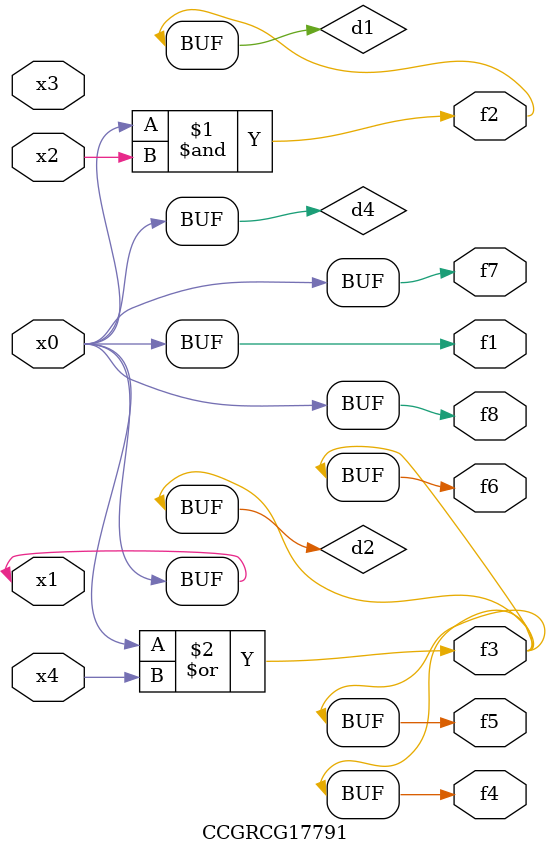
<source format=v>
module CCGRCG17791(
	input x0, x1, x2, x3, x4,
	output f1, f2, f3, f4, f5, f6, f7, f8
);

	wire d1, d2, d3, d4;

	and (d1, x0, x2);
	or (d2, x0, x4);
	nand (d3, x0, x2);
	buf (d4, x0, x1);
	assign f1 = d4;
	assign f2 = d1;
	assign f3 = d2;
	assign f4 = d2;
	assign f5 = d2;
	assign f6 = d2;
	assign f7 = d4;
	assign f8 = d4;
endmodule

</source>
